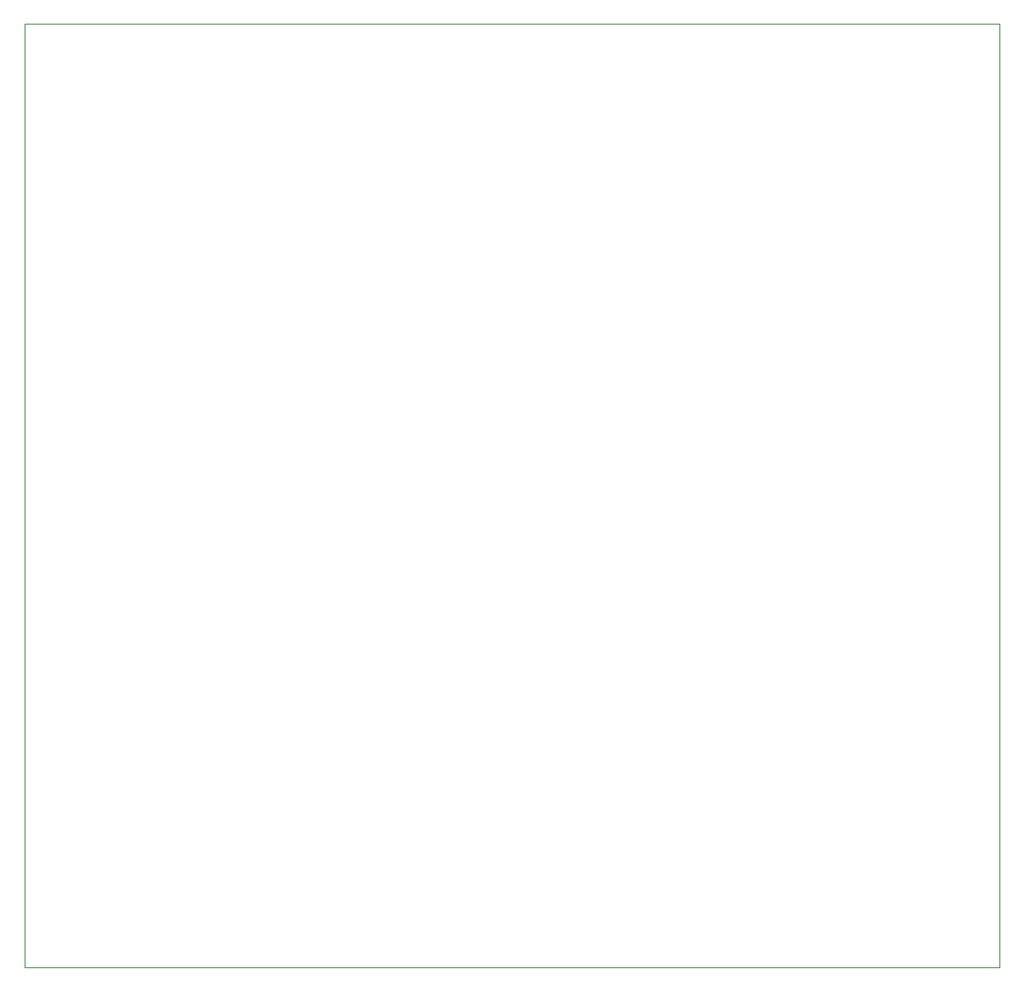
<source format=gbr>
G04 #@! TF.GenerationSoftware,KiCad,Pcbnew,5.1.5-52549c5~84~ubuntu18.04.1*
G04 #@! TF.CreationDate,2020-05-03T20:57:07-04:00*
G04 #@! TF.ProjectId,dac_ino,6461635f-696e-46f2-9e6b-696361645f70,rev?*
G04 #@! TF.SameCoordinates,Original*
G04 #@! TF.FileFunction,Profile,NP*
%FSLAX46Y46*%
G04 Gerber Fmt 4.6, Leading zero omitted, Abs format (unit mm)*
G04 Created by KiCad (PCBNEW 5.1.5-52549c5~84~ubuntu18.04.1) date 2020-05-03 20:57:07*
%MOMM*%
%LPD*%
G04 APERTURE LIST*
%ADD10C,0.050000*%
G04 APERTURE END LIST*
D10*
X140000000Y-141000000D02*
X140000000Y-50000000D01*
X234000000Y-141000000D02*
X140000000Y-141000000D01*
X234000000Y-50000000D02*
X234000000Y-141000000D01*
X140000000Y-50000000D02*
X234000000Y-50000000D01*
M02*

</source>
